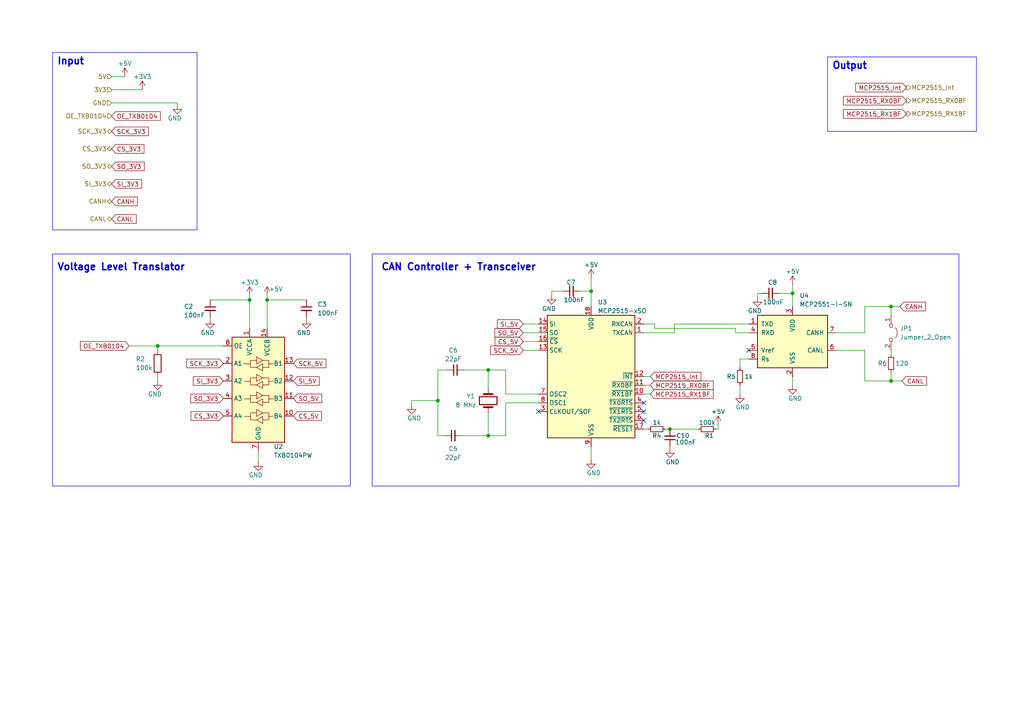
<source format=kicad_sch>
(kicad_sch (version 20230121) (generator eeschema)
  (paper "A4")
  (lib_symbols
    (symbol "Device:C_Small" (pin_numbers hide) (pin_names (offset 0.254) hide)
      (property "Reference" "C" (at 0.254 1.778 0))
      (property "Value" "C_Small" (at 0.254 -2.032 0))
      (symbol "C_Small_0_1"
        (polyline (pts (xy -1.524 -0.508) (xy 1.524 -0.508)) (stroke (width 0.3302)))
        (polyline (pts (xy -1.524 0.508) (xy 1.524 0.508)) (stroke (width 0.3048)))
      )
      (symbol "C_Small_1_1"
        (pin passive line (at 0 2.54 270) (length 2.032) (name "~") (number "1"))
        (pin passive line (at 0 -2.54 90) (length 2.032) (name "~") (number "2"))
      )
    )
    (symbol "Device:Crystal" (pin_numbers hide) (pin_names (offset 1.016) hide)
      (property "Reference" "Y" (at 0 3.81 0))
      (property "Value" "Crystal" (at 0 -3.81 0))
      (symbol "Crystal_0_1"
        (rectangle (start -1.143 2.54) (end 1.143 -2.54) (stroke (width 0.3048)))
        (polyline (pts (xy -2.54 0) (xy -1.905 0)))
        (polyline (pts (xy -1.905 -1.27) (xy -1.905 1.27)) (stroke (width 0.508)))
        (polyline (pts (xy 1.905 -1.27) (xy 1.905 1.27)) (stroke (width 0.508)))
        (polyline (pts (xy 2.54 0) (xy 1.905 0)))
      )
      (symbol "Crystal_1_1"
        (pin passive line (at -3.81 0 0) (length 1.27) (name "1") (number "1"))
        (pin passive line (at 3.81 0 180) (length 1.27) (name "2") (number "2"))
      )
    )
    (symbol "Device:R" (pin_numbers hide) (pin_names (offset 0))
      (property "Reference" "R" (at 2.032 0 90))
      (property "Value" "R" (at 0 0 90))
      (symbol "R_0_1"
        (rectangle (start -1.016 -2.54) (end 1.016 2.54) (stroke (width 0.254)))
      )
      (symbol "R_1_1"
        (pin passive line (at 0 3.81 270) (length 1.27) (name "~") (number "1"))
        (pin passive line (at 0 -3.81 90) (length 1.27) (name "~") (number "2"))
      )
    )
    (symbol "Device:R_Small" (pin_numbers hide) (pin_names (offset 0.254) hide)
      (property "Reference" "R" (at 0.762 0.508 0))
      (property "Value" "R_Small" (at 0.762 -1.016 0))
      (symbol "R_Small_0_1"
        (rectangle (start -0.762 1.778) (end 0.762 -1.778) (stroke (width 0.2032)))
      )
      (symbol "R_Small_1_1"
        (pin passive line (at 0 2.54 270) (length 0.762) (name "~") (number "1"))
        (pin passive line (at 0 -2.54 90) (length 0.762) (name "~") (number "2"))
      )
    )
    (symbol "Interface_CAN_LIN:MCP2515-xSO"
      (property "Reference" "U" (at -10.16 19.685 0))
      (property "Value" "MCP2515-xSO" (at 19.05 20.32 0))
      (symbol "MCP2515-xSO_0_1"
        (rectangle (start -12.7 17.78) (end 12.7 -17.78) (stroke (width 0.254)) (fill (type background)))
      )
      (symbol "MCP2515-xSO_1_1"
        (pin output line (at 15.24 12.7 180) (length 2.54) (name "TXCAN") (number "1"))
        (pin output line (at 15.24 -5.08 180) (length 2.54) (name "~{RX1BF}") (number "10"))
        (pin output line (at 15.24 -2.54 180) (length 2.54) (name "~{RX0BF}") (number "11"))
        (pin output line (at 15.24 0 180) (length 2.54) (name "~{INT}") (number "12"))
        (pin input line (at -15.24 7.62 0) (length 2.54) (name "SCK") (number "13"))
        (pin input line (at -15.24 15.24 0) (length 2.54) (name "SI") (number "14"))
        (pin output line (at -15.24 12.7 0) (length 2.54) (name "SO") (number "15"))
        (pin input line (at -15.24 10.16 0) (length 2.54) (name "~{CS}") (number "16"))
        (pin input line (at 15.24 -15.24 180) (length 2.54) (name "~{RESET}") (number "17"))
        (pin power_in line (at 0 20.32 270) (length 2.54) (name "VDD") (number "18"))
        (pin input line (at 15.24 15.24 180) (length 2.54) (name "RXCAN") (number "2"))
        (pin output line (at -15.24 -10.16 0) (length 2.54) (name "CLKOUT/SOF") (number "3"))
        (pin input line (at 15.24 -7.62 180) (length 2.54) (name "~{TX0RTS}") (number "4"))
        (pin input line (at 15.24 -10.16 180) (length 2.54) (name "~{TX1RTS}") (number "5"))
        (pin input line (at 15.24 -12.7 180) (length 2.54) (name "~{TX2RTS}") (number "6"))
        (pin output line (at -15.24 -5.08 0) (length 2.54) (name "OSC2") (number "7"))
        (pin input line (at -15.24 -7.62 0) (length 2.54) (name "OSC1") (number "8"))
        (pin power_in line (at 0 -20.32 90) (length 2.54) (name "VSS") (number "9"))
      )
    )
    (symbol "Interface_CAN_LIN:MCP2551-I-SN" (pin_names (offset 1.016))
      (property "Reference" "U" (at -10.16 8.89 0))
      (property "Value" "MCP2551-I-SN" (at 2.54 8.89 0))
      (symbol "MCP2551-I-SN_0_1"
        (rectangle (start -10.16 7.62) (end 10.16 -7.62) (stroke (width 0.254)) (fill (type background)))
      )
      (symbol "MCP2551-I-SN_1_1"
        (pin input line (at -12.7 5.08 0) (length 2.54) (name "TXD") (number "1"))
        (pin power_in line (at 0 -10.16 90) (length 2.54) (name "VSS") (number "2"))
        (pin power_in line (at 0 10.16 270) (length 2.54) (name "VDD") (number "3"))
        (pin output line (at -12.7 2.54 0) (length 2.54) (name "RXD") (number "4"))
        (pin power_out line (at -12.7 -2.54 0) (length 2.54) (name "Vref") (number "5"))
        (pin bidirectional line (at 12.7 -2.54 180) (length 2.54) (name "CANL") (number "6"))
        (pin bidirectional line (at 12.7 2.54 180) (length 2.54) (name "CANH") (number "7"))
        (pin input line (at -12.7 -5.08 0) (length 2.54) (name "Rs") (number "8"))
      )
    )
    (symbol "Jumper:Jumper_2_Open" (pin_names (offset 0) hide)
      (property "Reference" "JP" (at 0 2.794 0))
      (property "Value" "Jumper_2_Open" (at 0 -2.286 0))
      (symbol "Jumper_2_Open_0_0"
        (circle (center -2.032 0) (radius 0.508))
        (circle (center 2.032 0) (radius 0.508))
      )
      (symbol "Jumper_2_Open_0_1"
        (arc (start 1.524 1.27) (mid 0 1.778) (end -1.524 1.27))
      )
      (symbol "Jumper_2_Open_1_1"
        (pin passive line (at -5.08 0 0) (length 2.54) (name "A") (number "1"))
        (pin passive line (at 5.08 0 180) (length 2.54) (name "B") (number "2"))
      )
    )
    (symbol "Logic_LevelTranslator:TXB0104PW"
      (property "Reference" "U" (at -6.35 16.51 0))
      (property "Value" "TXB0104PW" (at 3.81 16.51 0))
      (symbol "TXB0104PW_0_1"
        (rectangle (start -7.62 -15.24) (end -7.62 -12.7) (stroke (width 0.254)))
        (rectangle (start -7.62 15.24) (end 7.62 -15.24) (stroke (width 0.254)) (fill (type background)))
        (polyline (pts (xy -2.286 -7.747) (xy -2.286 -6.731) (xy -0.508 -6.731)))
        (polyline (pts (xy -2.286 -2.667) (xy -2.286 -1.651) (xy -0.508 -1.651)))
        (polyline (pts (xy -2.286 2.413) (xy -2.286 3.429) (xy -0.508 3.429)))
        (polyline (pts (xy -2.286 7.493) (xy -2.286 8.509) (xy -0.508 8.509)))
        (polyline (pts (xy 3.048 -7.747) (xy 3.048 -8.763) (xy 1.27 -8.763)))
        (polyline (pts (xy 3.048 -2.667) (xy 3.048 -3.683) (xy 1.27 -3.683)))
        (polyline (pts (xy 3.048 2.413) (xy 3.048 1.397) (xy 1.27 1.397)))
        (polyline (pts (xy 3.048 7.493) (xy 3.048 6.477) (xy 1.27 6.477)))
        (polyline (pts (xy -0.508 -8.763) (xy -2.286 -8.763) (xy -2.286 -7.747) (xy -4.064 -7.747)))
        (polyline (pts (xy -0.508 -8.763) (xy 1.27 -7.747) (xy 1.27 -9.779) (xy -0.508 -8.763)))
        (polyline (pts (xy -0.508 -3.683) (xy -2.286 -3.683) (xy -2.286 -2.667) (xy -4.064 -2.667)))
        (polyline (pts (xy -0.508 -3.683) (xy 1.27 -2.667) (xy 1.27 -4.699) (xy -0.508 -3.683)))
        (polyline (pts (xy -0.508 1.397) (xy -2.286 1.397) (xy -2.286 2.413) (xy -4.064 2.413)))
        (polyline (pts (xy -0.508 1.397) (xy 1.27 2.413) (xy 1.27 0.381) (xy -0.508 1.397)))
        (polyline (pts (xy -0.508 6.477) (xy -2.286 6.477) (xy -2.286 7.493) (xy -4.318 7.493)))
        (polyline (pts (xy -0.508 6.477) (xy 1.27 7.493) (xy 1.27 5.461) (xy -0.508 6.477)))
        (polyline (pts (xy 1.27 -6.731) (xy -0.508 -7.747) (xy -0.508 -5.715) (xy 1.27 -6.731)))
        (polyline (pts (xy 1.27 -6.731) (xy 3.048 -6.731) (xy 3.048 -7.747) (xy 4.318 -7.747)))
        (polyline (pts (xy 1.27 -1.651) (xy -0.508 -2.667) (xy -0.508 -0.635) (xy 1.27 -1.651)))
        (polyline (pts (xy 1.27 -1.651) (xy 3.048 -1.651) (xy 3.048 -2.667) (xy 4.318 -2.667)))
        (polyline (pts (xy 1.27 3.429) (xy -0.508 2.413) (xy -0.508 4.445) (xy 1.27 3.429)))
        (polyline (pts (xy 1.27 3.429) (xy 3.048 3.429) (xy 3.048 2.413) (xy 4.318 2.413)))
        (polyline (pts (xy 1.27 8.509) (xy -0.508 7.493) (xy -0.508 9.525) (xy 1.27 8.509)))
        (polyline (pts (xy 1.27 8.509) (xy 3.048 8.509) (xy 3.048 7.493) (xy 4.318 7.493)))
      )
      (symbol "TXB0104PW_1_1"
        (pin power_in line (at -2.54 17.78 270) (length 2.54) (name "VCCA") (number "1"))
        (pin bidirectional line (at 10.16 -7.62 180) (length 2.54) (name "B4") (number "10"))
        (pin bidirectional line (at 10.16 -2.54 180) (length 2.54) (name "B3") (number "11"))
        (pin bidirectional line (at 10.16 2.54 180) (length 2.54) (name "B2") (number "12"))
        (pin bidirectional line (at 10.16 7.62 180) (length 2.54) (name "B1") (number "13"))
        (pin power_in line (at 2.54 17.78 270) (length 2.54) (name "VCCB") (number "14"))
        (pin bidirectional line (at -10.16 7.62 0) (length 2.54) (name "A1") (number "2"))
        (pin bidirectional line (at -10.16 2.54 0) (length 2.54) (name "A2") (number "3"))
        (pin bidirectional line (at -10.16 -2.54 0) (length 2.54) (name "A3") (number "4"))
        (pin bidirectional line (at -10.16 -7.62 0) (length 2.54) (name "A4") (number "5"))
        (pin no_connect line (at -10.16 -12.7 0) (length 2.54) hide (name "NC") (number "6"))
        (pin power_in line (at 0 -17.78 90) (length 2.54) (name "GND") (number "7"))
        (pin input line (at -10.16 12.7 0) (length 2.54) (name "OE") (number "8"))
        (pin no_connect line (at 10.16 -12.7 180) (length 2.54) hide (name "NC") (number "9"))
      )
    )
    (symbol "power:+3V3" (power) (pin_names (offset 0))
      (property "Value" "+3V3" (at 0 3.556 0))
      (symbol "+3V3_0_1"
        (polyline (pts (xy -0.762 1.27) (xy 0 2.54)))
        (polyline (pts (xy 0 0) (xy 0 2.54)))
        (polyline (pts (xy 0 2.54) (xy 0.762 1.27)))
      )
      (symbol "+3V3_1_1"
        (pin power_in line (at 0 0 90) (length 0) hide (name "+3V3") (number "1"))
      )
    )
    (symbol "power:+5V" (power) (pin_names (offset 0))
      (property "Value" "+5V" (at 0 3.556 0))
      (symbol "+5V_0_1"
        (polyline (pts (xy -0.762 1.27) (xy 0 2.54)))
        (polyline (pts (xy 0 0) (xy 0 2.54)))
        (polyline (pts (xy 0 2.54) (xy 0.762 1.27)))
      )
      (symbol "+5V_1_1"
        (pin power_in line (at 0 0 90) (length 0) hide (name "+5V") (number "1"))
      )
    )
    (symbol "power:GND" (power) (pin_names (offset 0))
      (property "Value" "GND" (at 0 -3.81 0))
      (symbol "GND_0_1"
        (polyline (pts (xy 0 0) (xy 0 -1.27) (xy 1.27 -1.27) (xy 0 -2.54) (xy -1.27 -1.27) (xy 0 -1.27)))
      )
      (symbol "GND_1_1"
        (pin power_in line (at 0 0 270) (length 0) hide (name "GND") (number "1"))
      )
    )
  )
  (junction (at 77.47 86.995))
  (junction (at 45.72 100.33))
  (junction (at 194.31 124.46))
  (junction (at 258.445 88.9))
  (junction (at 141.605 107.315))
  (junction (at 127 116.205))
  (junction (at 171.45 84.455))
  (junction (at 258.445 110.49))
  (junction (at 72.39 86.995))
  (junction (at 229.87 85.09))
  (junction (at 141.605 126.365))
  (no_connect (at 186.69 119.38))
  (no_connect (at 156.21 119.38))
  (no_connect (at 186.69 116.84))
  (no_connect (at 186.69 121.92))
  (no_connect (at 217.17 101.6))
  (wire (pts (xy 32.385 26.035) (xy 41.275 26.035)))
  (wire (pts (xy 168.275 84.455) (xy 171.45 84.455)))
  (wire (pts (xy 45.72 100.33) (xy 45.72 101.6)))
  (wire (pts (xy 258.445 107.95) (xy 258.445 110.49)))
  (wire (pts (xy 219.71 86.36) (xy 219.71 85.09)))
  (wire (pts (xy 214.63 111.76) (xy 214.63 114.3)))
  (wire (pts (xy 186.69 93.98) (xy 189.865 93.98)))
  (wire (pts (xy 151.765 93.98) (xy 156.21 93.98)))
  (wire (pts (xy 160.02 84.455) (xy 163.195 84.455)))
  (wire (pts (xy 194.31 129.54) (xy 194.31 130.175)))
  (wire (pts (xy 171.45 129.54) (xy 171.45 133.35)))
  (wire (pts (xy 156.21 114.3) (xy 146.685 114.3)))
  (wire (pts (xy 72.39 86.995) (xy 72.39 95.25)))
  (wire (pts (xy 208.28 124.46) (xy 208.28 123.19)))
  (wire (pts (xy 258.445 88.9) (xy 258.445 91.44)))
  (wire (pts (xy 77.47 85.725) (xy 77.47 86.995)))
  (wire (pts (xy 127 116.205) (xy 127 107.315)))
  (wire (pts (xy 77.47 86.995) (xy 77.47 95.25)))
  (wire (pts (xy 151.765 99.06) (xy 156.21 99.06)))
  (wire (pts (xy 250.825 110.49) (xy 258.445 110.49)))
  (wire (pts (xy 194.31 124.46) (xy 193.04 124.46)))
  (wire (pts (xy 186.69 124.46) (xy 187.96 124.46)))
  (wire (pts (xy 133.985 126.365) (xy 141.605 126.365)))
  (wire (pts (xy 213.36 96.52) (xy 217.17 96.52)))
  (wire (pts (xy 141.605 126.365) (xy 146.685 126.365)))
  (wire (pts (xy 60.96 86.995) (xy 72.39 86.995)))
  (wire (pts (xy 189.865 93.98) (xy 189.865 95.25)))
  (wire (pts (xy 146.685 116.84) (xy 146.685 126.365)))
  (wire (pts (xy 194.31 124.46) (xy 202.565 124.46)))
  (wire (pts (xy 74.93 130.81) (xy 74.93 133.985)))
  (wire (pts (xy 195.58 93.98) (xy 217.17 93.98)))
  (wire (pts (xy 32.385 22.225) (xy 36.195 22.225)))
  (wire (pts (xy 186.69 114.3) (xy 188.595 114.3)))
  (wire (pts (xy 242.57 96.52) (xy 250.825 96.52)))
  (wire (pts (xy 186.69 111.76) (xy 188.595 111.76)))
  (wire (pts (xy 171.45 80.645) (xy 171.45 84.455)))
  (wire (pts (xy 146.685 114.3) (xy 146.685 107.315)))
  (wire (pts (xy 189.865 95.25) (xy 213.36 95.25)))
  (wire (pts (xy 160.02 85.725) (xy 160.02 84.455)))
  (wire (pts (xy 60.96 92.075) (xy 60.96 92.71)))
  (wire (pts (xy 229.87 82.55) (xy 229.87 85.09)))
  (wire (pts (xy 186.69 109.22) (xy 188.595 109.22)))
  (wire (pts (xy 250.825 96.52) (xy 250.825 88.9)))
  (wire (pts (xy 195.58 96.52) (xy 195.58 93.98)))
  (wire (pts (xy 119.38 117.475) (xy 119.38 116.205)))
  (wire (pts (xy 141.605 120.015) (xy 141.605 126.365)))
  (wire (pts (xy 88.9 92.075) (xy 88.9 92.71)))
  (wire (pts (xy 77.47 86.995) (xy 88.9 86.995)))
  (wire (pts (xy 151.765 96.52) (xy 156.21 96.52)))
  (wire (pts (xy 156.21 116.84) (xy 146.685 116.84)))
  (wire (pts (xy 127 107.315) (xy 129.54 107.315)))
  (wire (pts (xy 37.465 100.33) (xy 45.72 100.33)))
  (wire (pts (xy 128.905 126.365) (xy 127 126.365)))
  (wire (pts (xy 151.765 101.6) (xy 156.21 101.6)))
  (wire (pts (xy 214.63 104.14) (xy 217.17 104.14)))
  (wire (pts (xy 45.72 109.22) (xy 45.72 110.49)))
  (wire (pts (xy 127 116.205) (xy 127 126.365)))
  (wire (pts (xy 258.445 110.49) (xy 261.62 110.49)))
  (wire (pts (xy 213.36 95.25) (xy 213.36 96.52)))
  (wire (pts (xy 219.71 85.09) (xy 220.98 85.09)))
  (wire (pts (xy 207.645 124.46) (xy 208.28 124.46)))
  (wire (pts (xy 51.435 29.845) (xy 51.435 30.48)))
  (wire (pts (xy 214.63 106.68) (xy 214.63 104.14)))
  (wire (pts (xy 250.825 101.6) (xy 250.825 110.49)))
  (wire (pts (xy 226.06 85.09) (xy 229.87 85.09)))
  (wire (pts (xy 258.445 101.6) (xy 258.445 102.87)))
  (wire (pts (xy 250.825 88.9) (xy 258.445 88.9)))
  (wire (pts (xy 134.62 107.315) (xy 141.605 107.315)))
  (wire (pts (xy 141.605 107.315) (xy 146.685 107.315)))
  (wire (pts (xy 119.38 116.205) (xy 127 116.205)))
  (wire (pts (xy 229.87 85.09) (xy 229.87 88.9)))
  (wire (pts (xy 242.57 101.6) (xy 250.825 101.6)))
  (wire (pts (xy 186.69 96.52) (xy 195.58 96.52)))
  (wire (pts (xy 141.605 107.315) (xy 141.605 112.395)))
  (wire (pts (xy 258.445 88.9) (xy 260.985 88.9)))
  (wire (pts (xy 229.87 109.22) (xy 229.87 111.76)))
  (wire (pts (xy 171.45 84.455) (xy 171.45 88.9)))
  (wire (pts (xy 45.72 100.33) (xy 64.77 100.33)))
  (wire (pts (xy 72.39 85.725) (xy 72.39 86.995)))
  (wire (pts (xy 32.385 29.845) (xy 51.435 29.845)))
  (rectangle (start 107.95 73.66) (end 278.13 140.97))
  (rectangle (start 15.24 73.66) (end 101.6 140.97))
  (rectangle (start 240.03 16.51) (end 283.21 38.1))
  (rectangle (start 15.24 15.24) (end 57.15 66.675))
  (text "Input" (at 16.51 19.05 0) (effects (font (size 2 2) (thickness 0.4) bold) (justify left bottom)))
  (text "CAN Controller + Transceiver" (at 110.49 78.74 0) (effects (font (size 2 2) (thickness 0.4) bold) (justify left bottom)))
  (text "Voltage Level Translator\n" (at 16.51 78.74 0) (effects (font (size 2 2) (thickness 0.4) bold) (justify left bottom)))
  (text "Output" (at 241.3 20.32 0) (effects (font (size 2 2) (thickness 0.4) bold) (justify left bottom)))
  (global_label "MCP2515_RX1BF" (shape input) (at 262.89 33.02 180) (property "Intersheetrefs" "${INTERSHEET_REFS}" (effects hide)))
  (global_label "SCK_5V" (shape input) (at 151.765 101.6 180) (property "Intersheetrefs" "${INTERSHEET_REFS}" (effects hide)))
  (global_label "MCP2515_Int" (shape input) (at 188.595 109.22 0) (property "Intersheetrefs" "${INTERSHEET_REFS}" (effects hide)))
  (global_label "CANL" (shape input) (at 32.385 63.5 0) (property "Intersheetrefs" "${INTERSHEET_REFS}" (effects hide)))
  (global_label "SCK_3V3" (shape input) (at 64.77 105.41 180) (property "Intersheetrefs" "${INTERSHEET_REFS}" (effects hide)))
  (global_label "CANH" (shape input) (at 32.385 58.42 0) (property "Intersheetrefs" "${INTERSHEET_REFS}" (effects hide)))
  (global_label "CS_3V3" (shape input) (at 32.385 43.18 0) (property "Intersheetrefs" "${INTERSHEET_REFS}" (effects hide)))
  (global_label "OE_TXB0104" (shape input) (at 37.465 100.33 180) (property "Intersheetrefs" "${INTERSHEET_REFS}" (effects hide)))
  (global_label "CS_5V" (shape input) (at 85.09 120.65 0) (property "Intersheetrefs" "${INTERSHEET_REFS}" (effects hide)))
  (global_label "MCP2515_RX0BF" (shape input) (at 188.595 111.76 0) (property "Intersheetrefs" "${INTERSHEET_REFS}" (effects hide)))
  (global_label "SO_3V3" (shape input) (at 32.385 48.26 0) (property "Intersheetrefs" "${INTERSHEET_REFS}" (effects hide)))
  (global_label "SI_3V3" (shape input) (at 32.385 53.34 0) (property "Intersheetrefs" "${INTERSHEET_REFS}" (effects hide)))
  (global_label "SI_3V3" (shape input) (at 64.77 110.49 180) (property "Intersheetrefs" "${INTERSHEET_REFS}" (effects hide)))
  (global_label "CANH" (shape input) (at 260.985 88.9 0) (property "Intersheetrefs" "${INTERSHEET_REFS}" (effects hide)))
  (global_label "SCK_3V3" (shape input) (at 32.385 38.1 0) (property "Intersheetrefs" "${INTERSHEET_REFS}" (effects hide)))
  (global_label "SO_5V" (shape input) (at 151.765 96.52 180) (property "Intersheetrefs" "${INTERSHEET_REFS}" (effects hide)))
  (global_label "SO_3V3" (shape input) (at 64.77 115.57 180) (property "Intersheetrefs" "${INTERSHEET_REFS}" (effects hide)))
  (global_label "SI_5V" (shape input) (at 151.765 93.98 180) (property "Intersheetrefs" "${INTERSHEET_REFS}" (effects hide)))
  (global_label "SCK_5V" (shape input) (at 85.09 105.41 0) (property "Intersheetrefs" "${INTERSHEET_REFS}" (effects hide)))
  (global_label "SO_5V" (shape input) (at 85.09 115.57 0) (property "Intersheetrefs" "${INTERSHEET_REFS}" (effects hide)))
  (global_label "CANL" (shape input) (at 261.62 110.49 0) (property "Intersheetrefs" "${INTERSHEET_REFS}" (effects hide)))
  (global_label "CS_3V3" (shape input) (at 64.77 120.65 180) (property "Intersheetrefs" "${INTERSHEET_REFS}" (effects hide)))
  (global_label "SI_5V" (shape input) (at 85.09 110.49 0) (property "Intersheetrefs" "${INTERSHEET_REFS}" (effects hide)))
  (global_label "MCP2515_RX0BF" (shape input) (at 262.89 29.21 180) (property "Intersheetrefs" "${INTERSHEET_REFS}" (effects hide)))
  (global_label "OE_TXB0104" (shape input) (at 32.385 33.655 0) (property "Intersheetrefs" "${INTERSHEET_REFS}" (effects hide)))
  (global_label "MCP2515_RX1BF" (shape input) (at 188.595 114.3 0) (property "Intersheetrefs" "${INTERSHEET_REFS}" (effects hide)))
  (global_label "CS_5V" (shape input) (at 151.765 99.06 180) (property "Intersheetrefs" "${INTERSHEET_REFS}" (effects hide)))
  (global_label "MCP2515_Int" (shape input) (at 262.89 25.4 180) (property "Intersheetrefs" "${INTERSHEET_REFS}" (effects hide)))
  (hierarchical_label "3V3" (shape input) (at 32.385 26.035 180))
  (hierarchical_label "CANL" (shape bidirectional) (at 32.385 63.5 180))
  (hierarchical_label "SI_3V3" (shape bidirectional) (at 32.385 53.34 180))
  (hierarchical_label "5V" (shape input) (at 32.385 22.225 180))
  (hierarchical_label "MCP2515_RX0BF" (shape output) (at 262.89 29.21 0))
  (hierarchical_label "SO_3V3" (shape bidirectional) (at 32.385 48.26 180))
  (hierarchical_label "CS_3V3" (shape bidirectional) (at 32.385 43.18 180))
  (hierarchical_label "GND" (shape input) (at 32.385 29.845 180))
  (hierarchical_label "OE_TXB0104" (shape input) (at 32.385 33.655 180))
  (hierarchical_label "MCP2515_RX1BF" (shape output) (at 262.89 33.02 0))
  (hierarchical_label "MCP2515_Int" (shape output) (at 262.89 25.4 0))
  (hierarchical_label "CANH" (shape bidirectional) (at 32.385 58.42 180))
  (hierarchical_label "SCK_3V3" (shape bidirectional) (at 32.385 38.1 180))
  (symbol (lib_id "Device:C_Small") (at 88.9 89.535 0) (unit 1)
    (property "Reference" "C3" (at 92.075 88.2712 0) (effects (justify left)))
    (property "Value" "100nF" (at 92.075 90.8112 0) (effects (justify left)))
    (property "Footprint" "Capacitor_SMD:C_0805_2012Metric_Pad1.18x1.45mm_HandSolder" (effects hide))
  )
  (symbol (lib_id "power:+5V") (at 77.47 85.725 0) (unit 1)
    (property "Reference" "#PWR0103" (effects hide))
    (property "Value" "+5V" (at 80.01 83.82 0))
    (instances (project "Drawer_Controller" (path "" (reference "#PWR0103") (unit 1)) (path "" (reference "#PWR05") (unit 1))))
  )
  (symbol (lib_id "Device:R") (at 45.72 105.41 0) (unit 1)
    (property "Reference" "R2" (at 39.37 104.14 0) (effects (justify left)))
    (property "Value" "100k" (at 39.37 106.68 0) (effects (justify left)))
    (property "Footprint" "Resistor_SMD:R_0805_2012Metric_Pad1.20x1.40mm_HandSolder" (effects hide))
    (instances (project "Drawer_Controller" (path "" (reference "R2") (unit 1)) (path "" (reference "R1") (unit 1))))
  )
  (symbol (lib_id "Device:C_Small") (at 223.52 85.09 90) (unit 1)
    (property "Reference" "C8" (at 225.425 81.915 90) (effects (justify left)))
    (property "Value" "100nF" (at 227.33 87.63 90) (effects (justify left)))
    (property "Footprint" "Capacitor_SMD:C_0805_2012Metric_Pad1.18x1.45mm_HandSolder" (effects hide))
    (instances (project "Drawer_Controller" (path "" (reference "C8") (unit 1)) (path "" (reference "C10") (unit 1))))
  )
  (symbol (lib_id "power:GND") (at 51.435 30.48 0) (mirror y) (unit 1)
    (property "Reference" "#PWR0104" (effects hide))
    (property "Value" "GND" (at 52.705 34.29 0) (effects (justify left)))
    (instances (project "Drawer_Controller" (path "" (reference "#PWR0104") (unit 1)) (path "" (reference "#PWR019") (unit 1))))
  )
  (symbol (lib_id "power:GND") (at 119.38 117.475 0) (unit 1)
    (property "Reference" "#PWR0131" (effects hide))
    (property "Value" "GND" (at 118.11 121.285 0) (effects (justify left)))
    (instances (project "Drawer_Controller" (path "" (reference "#PWR0131") (unit 1)) (path "" (reference "#PWR07") (unit 1))))
  )
  (symbol (lib_id "Device:C_Small") (at 132.08 107.315 90) (unit 1)
    (property "Reference" "C6" (at 131.445 101.6 90))
    (property "Value" "22pF" (at 131.445 104.14 90))
    (property "Footprint" "Capacitor_SMD:C_0805_2012Metric_Pad1.18x1.45mm_HandSolder" (effects hide))
  )
  (symbol (lib_id "power:GND") (at 74.93 133.985 0) (mirror y) (unit 1)
    (property "Reference" "#PWR0101" (effects hide))
    (property "Value" "GND" (at 76.2 137.795 0) (effects (justify left)))
    (instances (project "Drawer_Controller" (path "" (reference "#PWR0101") (unit 1)) (path "" (reference "#PWR04") (unit 1))))
  )
  (symbol (lib_id "power:+5V") (at 208.28 123.19 0) (unit 1)
    (property "Reference" "#PWR0124" (effects hide))
    (property "Value" "+5V" (at 208.28 119.38 0))
    (instances (project "Drawer_Controller" (path "" (reference "#PWR0124") (unit 1)) (path "" (reference "#PWR012") (unit 1))))
  )
  (symbol (lib_id "power:GND") (at 229.87 111.76 0) (unit 1)
    (property "Reference" "#PWR0126" (effects hide))
    (property "Value" "GND" (at 228.6 115.57 0) (effects (justify left)))
    (instances (project "Drawer_Controller" (path "" (reference "#PWR0126") (unit 1)) (path "" (reference "#PWR016") (unit 1))))
  )
  (symbol (lib_id "Interface_CAN_LIN:MCP2551-I-SN") (at 229.87 99.06 0) (unit 1)
    (property "Reference" "U4" (at 231.8894 85.725 0) (effects (justify left)))
    (property "Value" "MCP2551-I-SN" (at 231.8894 88.265 0) (effects (justify left)))
    (property "Footprint" "Package_SO:SOIC-8_3.9x4.9mm_P1.27mm" (effects hide))
    (property "Datasheet" "http://ww1.microchip.com/downloads/en/devicedoc/21667d.pdf" (effects hide))
  )
  (symbol (lib_id "Jumper:Jumper_2_Open") (at 258.445 96.52 270) (unit 1)
    (property "Reference" "JP1" (at 260.985 95.2499 90) (effects (justify left)))
    (property "Value" "Jumper_2_Open" (at 260.985 97.7899 90) (effects (justify left)))
    (property "Footprint" "Connector_PinHeader_2.54mm:PinHeader_1x02_P2.54mm_Vertical" (effects hide))
  )
  (symbol (lib_id "Device:R_Small") (at 190.5 124.46 270) (unit 1)
    (property "Reference" "R4" (at 190.5 126.365 90))
    (property "Value" "1k" (at 190.5 122.555 90))
    (property "Footprint" "Resistor_SMD:R_0805_2012Metric_Pad1.20x1.40mm_HandSolder" (effects hide))
    (instances (project "Drawer_Controller" (path "" (reference "R4") (unit 1)) (path "" (reference "R2") (unit 1))))
  )
  (symbol (lib_id "power:GND") (at 214.63 114.3 0) (unit 1)
    (property "Reference" "#PWR0122" (effects hide))
    (property "Value" "GND" (at 213.36 118.11 0) (effects (justify left)))
    (instances (project "Drawer_Controller" (path "" (reference "#PWR0122") (unit 1)) (path "" (reference "#PWR013") (unit 1))))
  )
  (symbol (lib_id "Device:C_Small") (at 60.96 89.535 0) (unit 1)
    (property "Reference" "C2" (at 53.34 88.9 0) (effects (justify left)))
    (property "Value" "100nF" (at 53.34 91.44 0) (effects (justify left)))
    (property "Footprint" "Capacitor_SMD:C_0805_2012Metric_Pad1.18x1.45mm_HandSolder" (effects hide))
  )
  (symbol (lib_id "power:GND") (at 171.45 133.35 0) (unit 1)
    (property "Reference" "#PWR0135" (effects hide))
    (property "Value" "GND" (at 170.18 137.16 0) (effects (justify left)))
    (instances (project "Drawer_Controller" (path "" (reference "#PWR0135") (unit 1)) (path "" (reference "#PWR010") (unit 1))))
  )
  (symbol (lib_id "power:+5V") (at 36.195 22.225 0) (unit 1)
    (property "Reference" "#PWR0123" (effects hide))
    (property "Value" "+5V" (at 36.195 18.415 0))
    (instances (project "Drawer_Controller" (path "" (reference "#PWR0123") (unit 1)) (path "" (reference "#PWR017") (unit 1))))
  )
  (symbol (lib_id "power:GND") (at 194.31 130.175 0) (unit 1)
    (property "Reference" "#PWR0107" (effects hide))
    (property "Value" "GND" (at 193.04 133.985 0) (effects (justify left)))
    (instances (project "Drawer_Controller" (path "" (reference "#PWR0107") (unit 1)) (path "" (reference "#PWR011") (unit 1))))
  )
  (symbol (lib_id "Interface_CAN_LIN:MCP2515-xSO") (at 171.45 109.22 0) (unit 1)
    (property "Reference" "U3" (at 173.355 87.63 0) (effects (justify left)))
    (property "Value" "MCP2515-xSO" (at 173.355 90.17 0) (effects (justify left)))
    (property "Footprint" "Package_SO:SOIC-18W_7.5x11.6mm_P1.27mm" (effects hide))
    (property "Datasheet" "http://ww1.microchip.com/downloads/en/DeviceDoc/21801e.pdf" (effects hide))
  )
  (symbol (lib_id "power:GND") (at 219.71 86.36 0) (mirror y) (unit 1)
    (property "Reference" "#PWR0125" (effects hide))
    (property "Value" "GND" (at 220.98 90.17 0) (effects (justify left)))
    (instances (project "Drawer_Controller" (path "" (reference "#PWR0125") (unit 1)) (path "" (reference "#PWR014") (unit 1))))
  )
  (symbol (lib_id "power:+3V3") (at 72.39 85.725 0) (unit 1)
    (property "Reference" "#PWR072" (effects hide))
    (property "Value" "+3V3" (at 72.39 81.915 0))
  )
  (symbol (lib_id "Device:Crystal") (at 141.605 116.205 90) (unit 1)
    (property "Reference" "Y1" (at 135.255 114.935 90) (effects (justify right)))
    (property "Value" "8 Mhz" (at 132.08 117.475 90) (effects (justify right)))
    (property "Footprint" "Crystal:Crystal_SMD_HC49-SD_HandSoldering" (effects hide))
  )
  (symbol (lib_id "Device:R_Small") (at 205.105 124.46 90) (unit 1)
    (property "Reference" "R1" (at 205.74 126.365 90))
    (property "Value" "100k" (at 205.105 122.555 90))
    (property "Footprint" "Resistor_SMD:R_0805_2012Metric_Pad1.20x1.40mm_HandSolder" (effects hide))
    (instances (project "Drawer_Controller" (path "" (reference "R1") (unit 1)) (path "" (reference "R4") (unit 1))))
  )
  (symbol (lib_id "power:GND") (at 45.72 110.49 0) (mirror y) (unit 1)
    (property "Reference" "#PWR0112" (effects hide))
    (property "Value" "GND" (at 46.99 114.3 0) (effects (justify left)))
    (instances (project "Drawer_Controller" (path "" (reference "#PWR0112") (unit 1)) (path "" (reference "#PWR01") (unit 1))))
  )
  (symbol (lib_id "Device:C_Small") (at 194.31 127 180) (unit 1)
    (property "Reference" "C10" (at 200.025 126.365 0) (effects (justify left)))
    (property "Value" "100nF" (at 201.93 128.27 0) (effects (justify left)))
    (property "Footprint" "Capacitor_SMD:C_0805_2012Metric_Pad1.18x1.45mm_HandSolder" (effects hide))
    (instances (project "Drawer_Controller" (path "" (reference "C10") (unit 1)) (path "" (reference "C8") (unit 1))))
  )
  (symbol (lib_id "power:GND") (at 160.02 85.725 0) (mirror y) (unit 1)
    (property "Reference" "#PWR0130" (effects hide))
    (property "Value" "GND" (at 161.29 89.535 0) (effects (justify left)))
    (instances (project "Drawer_Controller" (path "" (reference "#PWR0130") (unit 1)) (path "" (reference "#PWR08") (unit 1))))
  )
  (symbol (lib_id "Logic_LevelTranslator:TXB0104PW") (at 74.93 113.03 0) (unit 1)
    (property "Reference" "U2" (at 79.375 129.54 0) (effects (justify left)))
    (property "Value" "TXB0104PW" (at 79.375 132.08 0) (effects (justify left)))
    (property "Footprint" "Package_SO:TSSOP-14_4.4x5mm_P0.65mm" (effects hide))
    (property "Datasheet" "http://www.ti.com/lit/ds/symlink/txb0104.pdf" (effects hide))
  )
  (symbol (lib_id "Device:C_Small") (at 165.735 84.455 90) (unit 1)
    (property "Reference" "C7" (at 167.005 81.915 90) (effects (justify left)))
    (property "Value" "100nF" (at 169.545 86.995 90) (effects (justify left)))
    (property "Footprint" "Capacitor_SMD:C_0805_2012Metric_Pad1.18x1.45mm_HandSolder" (effects hide))
  )
  (symbol (lib_id "power:GND") (at 60.96 92.71 0) (mirror y) (unit 1)
    (property "Reference" "#PWR0113" (effects hide))
    (property "Value" "GND" (at 62.23 96.52 0) (effects (justify left)))
    (instances (project "Drawer_Controller" (path "" (reference "#PWR0113") (unit 1)) (path "" (reference "#PWR02") (unit 1))))
  )
  (symbol (lib_id "power:+3V3") (at 41.275 26.035 0) (unit 1)
    (property "Reference" "#PWR018" (effects hide))
    (property "Value" "+3V3" (at 41.275 22.225 0))
  )
  (symbol (lib_id "Device:R_Small") (at 258.445 105.41 180) (unit 1)
    (property "Reference" "R6" (at 255.905 105.41 0))
    (property "Value" "120" (at 261.62 105.41 0))
    (property "Footprint" "Resistor_SMD:R_0805_2012Metric_Pad1.20x1.40mm_HandSolder" (effects hide))
  )
  (symbol (lib_id "power:GND") (at 88.9 92.71 0) (mirror y) (unit 1)
    (property "Reference" "#PWR0104" (effects hide))
    (property "Value" "GND" (at 90.17 96.52 0) (effects (justify left)))
    (instances (project "Drawer_Controller" (path "" (reference "#PWR0104") (unit 1)) (path "" (reference "#PWR06") (unit 1))))
  )
  (symbol (lib_id "power:+5V") (at 171.45 80.645 0) (unit 1)
    (property "Reference" "#PWR0129" (effects hide))
    (property "Value" "+5V" (at 171.45 76.835 0))
    (instances (project "Drawer_Controller" (path "" (reference "#PWR0129") (unit 1)) (path "" (reference "#PWR09") (unit 1))))
  )
  (symbol (lib_id "Device:R_Small") (at 214.63 109.22 180) (unit 1)
    (property "Reference" "R5" (at 212.09 109.22 0))
    (property "Value" "1k" (at 217.17 109.22 0))
    (property "Footprint" "Resistor_SMD:R_0805_2012Metric_Pad1.20x1.40mm_HandSolder" (effects hide))
  )
  (symbol (lib_id "Device:C_Small") (at 131.445 126.365 90) (unit 1)
    (property "Reference" "C5" (at 131.445 130.175 90))
    (property "Value" "22pF" (at 131.445 132.715 90))
    (property "Footprint" "Capacitor_SMD:C_0805_2012Metric_Pad1.18x1.45mm_HandSolder" (effects hide))
  )
  (symbol (lib_id "power:+5V") (at 229.87 82.55 0) (unit 1)
    (property "Reference" "#PWR0123" (effects hide))
    (property "Value" "+5V" (at 229.87 78.74 0))
    (instances (project "Drawer_Controller" (path "" (reference "#PWR0123") (unit 1)) (path "" (reference "#PWR015") (unit 1))))
  )
)
</source>
